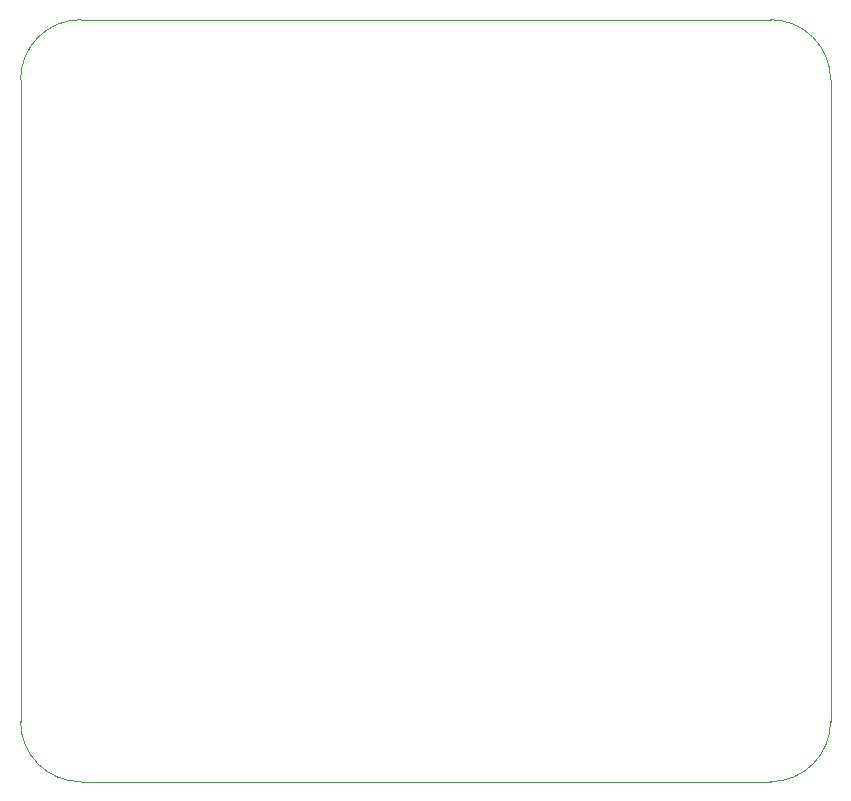
<source format=gbr>
G04 #@! TF.GenerationSoftware,KiCad,Pcbnew,(5.1.4)-1*
G04 #@! TF.CreationDate,2020-04-24T18:52:46+02:00*
G04 #@! TF.ProjectId,electronic_load,656c6563-7472-46f6-9e69-635f6c6f6164,rev?*
G04 #@! TF.SameCoordinates,Original*
G04 #@! TF.FileFunction,Profile,NP*
%FSLAX46Y46*%
G04 Gerber Fmt 4.6, Leading zero omitted, Abs format (unit mm)*
G04 Created by KiCad (PCBNEW (5.1.4)-1) date 2020-04-24 18:52:46*
%MOMM*%
%LPD*%
G04 APERTURE LIST*
%ADD10C,0.050000*%
G04 APERTURE END LIST*
D10*
X46355000Y-72644000D02*
X46355000Y-127000000D01*
X109855000Y-67564000D02*
X51435000Y-67564000D01*
X114935000Y-127000000D02*
X114935000Y-72644000D01*
X51435000Y-132080000D02*
X109855000Y-132080000D01*
X51435000Y-132080000D02*
G75*
G02X46355000Y-127000000I0J5080000D01*
G01*
X114935000Y-127000000D02*
G75*
G02X109855000Y-132080000I-5080000J0D01*
G01*
X109855000Y-67564000D02*
G75*
G02X114935000Y-72644000I0J-5080000D01*
G01*
X46355000Y-72644000D02*
G75*
G02X51435000Y-67564000I5080000J0D01*
G01*
M02*

</source>
